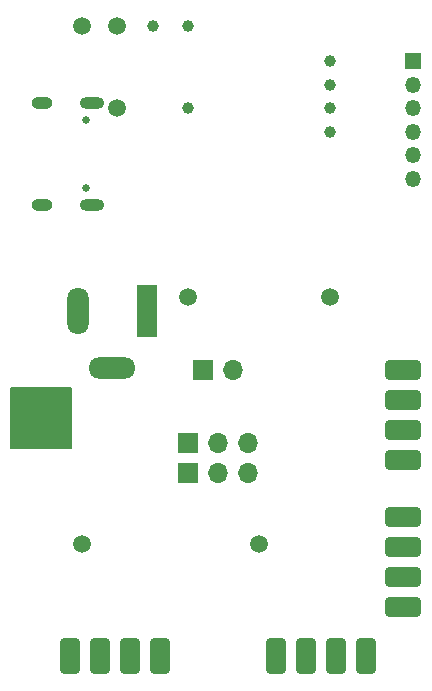
<source format=gbr>
%TF.GenerationSoftware,KiCad,Pcbnew,9.0.4-9.0.4-0~ubuntu24.04.1*%
%TF.CreationDate,2025-09-12T11:34:23+02:00*%
%TF.ProjectId,MCM-81339,4d434d2d-3831-4333-9339-2e6b69636164,rev?*%
%TF.SameCoordinates,Original*%
%TF.FileFunction,Soldermask,Bot*%
%TF.FilePolarity,Negative*%
%FSLAX46Y46*%
G04 Gerber Fmt 4.6, Leading zero omitted, Abs format (unit mm)*
G04 Created by KiCad (PCBNEW 9.0.4-9.0.4-0~ubuntu24.04.1) date 2025-09-12 11:34:23*
%MOMM*%
%LPD*%
G01*
G04 APERTURE LIST*
G04 Aperture macros list*
%AMRoundRect*
0 Rectangle with rounded corners*
0 $1 Rounding radius*
0 $2 $3 $4 $5 $6 $7 $8 $9 X,Y pos of 4 corners*
0 Add a 4 corners polygon primitive as box body*
4,1,4,$2,$3,$4,$5,$6,$7,$8,$9,$2,$3,0*
0 Add four circle primitives for the rounded corners*
1,1,$1+$1,$2,$3*
1,1,$1+$1,$4,$5*
1,1,$1+$1,$6,$7*
1,1,$1+$1,$8,$9*
0 Add four rect primitives between the rounded corners*
20,1,$1+$1,$2,$3,$4,$5,0*
20,1,$1+$1,$4,$5,$6,$7,0*
20,1,$1+$1,$6,$7,$8,$9,0*
20,1,$1+$1,$8,$9,$2,$3,0*%
G04 Aperture macros list end*
%ADD10C,0.150000*%
%ADD11RoundRect,0.425000X1.125000X0.425000X-1.125000X0.425000X-1.125000X-0.425000X1.125000X-0.425000X0*%
%ADD12R,1.700000X1.700000*%
%ADD13O,1.700000X1.700000*%
%ADD14RoundRect,0.425000X-1.125000X-0.425000X1.125000X-0.425000X1.125000X0.425000X-1.125000X0.425000X0*%
%ADD15R,1.350000X1.350000*%
%ADD16O,1.350000X1.350000*%
%ADD17C,0.650000*%
%ADD18O,2.100000X1.000000*%
%ADD19O,1.800000X1.000000*%
%ADD20RoundRect,0.425000X-0.425000X1.125000X-0.425000X-1.125000X0.425000X-1.125000X0.425000X1.125000X0*%
%ADD21R,1.800000X4.400000*%
%ADD22O,1.800000X4.000000*%
%ADD23O,4.000000X1.800000*%
%ADD24C,1.000000*%
%ADD25C,1.500000*%
G04 APERTURE END LIST*
D10*
X61000000Y-79800000D02*
X66100000Y-79800000D01*
X66100000Y-84900000D01*
X61000000Y-84900000D01*
X61000000Y-79800000D01*
G36*
X61000000Y-79800000D02*
G01*
X66100000Y-79800000D01*
X66100000Y-84900000D01*
X61000000Y-84900000D01*
X61000000Y-79800000D01*
G37*
D11*
%TO.C,J1*%
X94200000Y-98300000D03*
X94200000Y-95760000D03*
X94200000Y-93220000D03*
X94200000Y-90680000D03*
%TD*%
D12*
%TO.C,J6*%
X75960000Y-84460000D03*
D13*
X78500000Y-84460000D03*
X81040000Y-84460000D03*
%TD*%
D14*
%TO.C,J4*%
X94200000Y-78300000D03*
X94200000Y-80840000D03*
X94200000Y-83380000D03*
X94200000Y-85920000D03*
%TD*%
D15*
%TO.C,J3*%
X95000000Y-52100000D03*
D16*
X95000000Y-54100000D03*
X95000000Y-56100000D03*
X95000000Y-58100000D03*
X95000000Y-60100000D03*
X95000000Y-62100000D03*
%TD*%
D17*
%TO.C,J5*%
X67305000Y-57110000D03*
X67305000Y-62890000D03*
D18*
X67805000Y-55680000D03*
D19*
X63625000Y-55680000D03*
D18*
X67805000Y-64320000D03*
D19*
X63625000Y-64320000D03*
%TD*%
D20*
%TO.C,J8*%
X91060000Y-102500000D03*
X88520000Y-102500000D03*
X85980000Y-102500000D03*
X83440000Y-102500000D03*
%TD*%
D12*
%TO.C,J7*%
X75960000Y-87000000D03*
D13*
X78500000Y-87000000D03*
X81040000Y-87000000D03*
%TD*%
D12*
%TO.C,J2*%
X77230000Y-78227102D03*
D13*
X79770000Y-78227102D03*
%TD*%
D20*
%TO.C,J9*%
X73560000Y-102500000D03*
X71020000Y-102500000D03*
X68480000Y-102500000D03*
X65940000Y-102500000D03*
%TD*%
D21*
%TO.C,J10*%
X72500000Y-73300000D03*
D22*
X66700000Y-73300000D03*
D23*
X69500000Y-78100000D03*
%TD*%
D24*
%TO.C,TP11*%
X73000000Y-49100000D03*
%TD*%
%TO.C,TP9*%
X76000000Y-49100000D03*
%TD*%
D25*
%TO.C,TP14*%
X67000000Y-93000000D03*
%TD*%
D24*
%TO.C,TP6*%
X88000000Y-58100000D03*
%TD*%
D25*
%TO.C,TP8*%
X88000000Y-72100000D03*
%TD*%
%TO.C,TP2*%
X70000000Y-49100000D03*
%TD*%
%TO.C,TP10*%
X76000000Y-72100000D03*
%TD*%
%TO.C,TP7*%
X70000000Y-56100000D03*
%TD*%
D24*
%TO.C,TP4*%
X88000000Y-52100000D03*
%TD*%
D25*
%TO.C,TP1*%
X67000000Y-49100000D03*
%TD*%
%TO.C,TP13*%
X82000000Y-93000000D03*
%TD*%
D24*
%TO.C,TP3*%
X88000000Y-54100000D03*
%TD*%
%TO.C,TP12*%
X76000000Y-56100000D03*
%TD*%
%TO.C,TP5*%
X88000000Y-56100000D03*
%TD*%
M02*

</source>
